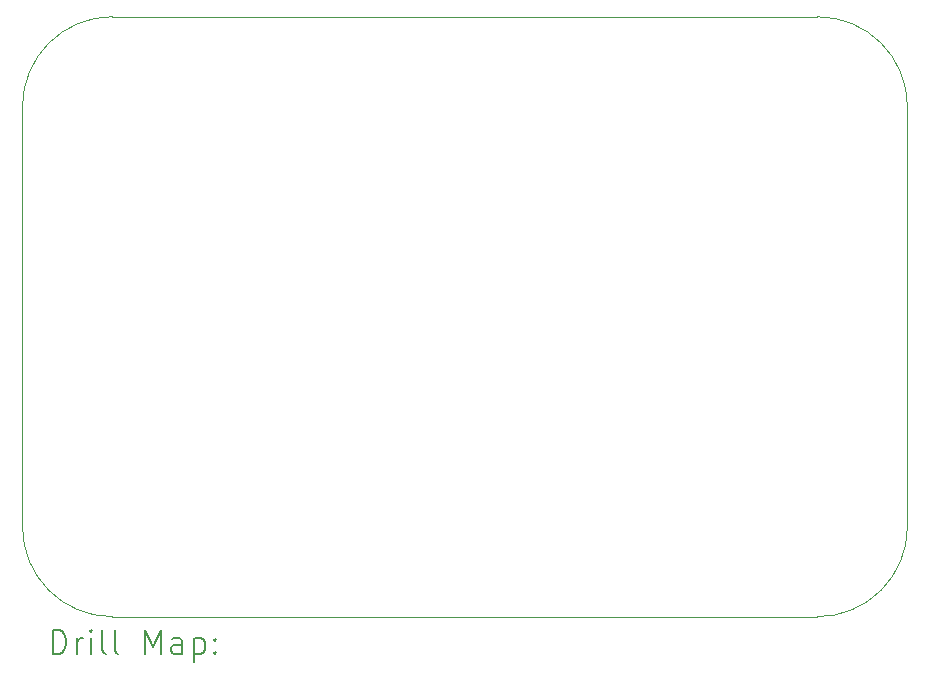
<source format=gbr>
%TF.GenerationSoftware,KiCad,Pcbnew,9.0.6*%
%TF.CreationDate,2026-02-11T14:43:18-08:00*%
%TF.ProjectId,7L_LED_Flasher,374c5f4c-4544-45f4-966c-61736865722e,rev?*%
%TF.SameCoordinates,Original*%
%TF.FileFunction,Drillmap*%
%TF.FilePolarity,Positive*%
%FSLAX45Y45*%
G04 Gerber Fmt 4.5, Leading zero omitted, Abs format (unit mm)*
G04 Created by KiCad (PCBNEW 9.0.6) date 2026-02-11 14:43:18*
%MOMM*%
%LPD*%
G01*
G04 APERTURE LIST*
%ADD10C,0.050000*%
%ADD11C,0.200000*%
G04 APERTURE END LIST*
D10*
X4953000Y-6858000D02*
X4953000Y-3302000D01*
X5715000Y-7620000D02*
G75*
G02*
X4953000Y-6858000I0J762000D01*
G01*
X5715000Y-2540000D02*
X11684000Y-2540000D01*
X11684000Y-7620000D02*
X5715000Y-7620000D01*
X12446000Y-6858000D02*
G75*
G02*
X11684000Y-7620000I-762000J0D01*
G01*
X12446000Y-3302000D02*
X12446000Y-6858000D01*
X11684000Y-2540000D02*
G75*
G02*
X12446000Y-3302000I0J-762000D01*
G01*
X4953000Y-3302000D02*
G75*
G02*
X5715000Y-2540000I762000J0D01*
G01*
D11*
X5211277Y-7933984D02*
X5211277Y-7733984D01*
X5211277Y-7733984D02*
X5258896Y-7733984D01*
X5258896Y-7733984D02*
X5287467Y-7743508D01*
X5287467Y-7743508D02*
X5306515Y-7762555D01*
X5306515Y-7762555D02*
X5316039Y-7781603D01*
X5316039Y-7781603D02*
X5325563Y-7819698D01*
X5325563Y-7819698D02*
X5325563Y-7848269D01*
X5325563Y-7848269D02*
X5316039Y-7886365D01*
X5316039Y-7886365D02*
X5306515Y-7905412D01*
X5306515Y-7905412D02*
X5287467Y-7924460D01*
X5287467Y-7924460D02*
X5258896Y-7933984D01*
X5258896Y-7933984D02*
X5211277Y-7933984D01*
X5411277Y-7933984D02*
X5411277Y-7800650D01*
X5411277Y-7838746D02*
X5420801Y-7819698D01*
X5420801Y-7819698D02*
X5430324Y-7810174D01*
X5430324Y-7810174D02*
X5449372Y-7800650D01*
X5449372Y-7800650D02*
X5468420Y-7800650D01*
X5535086Y-7933984D02*
X5535086Y-7800650D01*
X5535086Y-7733984D02*
X5525563Y-7743508D01*
X5525563Y-7743508D02*
X5535086Y-7753031D01*
X5535086Y-7753031D02*
X5544610Y-7743508D01*
X5544610Y-7743508D02*
X5535086Y-7733984D01*
X5535086Y-7733984D02*
X5535086Y-7753031D01*
X5658896Y-7933984D02*
X5639848Y-7924460D01*
X5639848Y-7924460D02*
X5630324Y-7905412D01*
X5630324Y-7905412D02*
X5630324Y-7733984D01*
X5763658Y-7933984D02*
X5744610Y-7924460D01*
X5744610Y-7924460D02*
X5735086Y-7905412D01*
X5735086Y-7905412D02*
X5735086Y-7733984D01*
X5992229Y-7933984D02*
X5992229Y-7733984D01*
X5992229Y-7733984D02*
X6058896Y-7876841D01*
X6058896Y-7876841D02*
X6125562Y-7733984D01*
X6125562Y-7733984D02*
X6125562Y-7933984D01*
X6306515Y-7933984D02*
X6306515Y-7829222D01*
X6306515Y-7829222D02*
X6296991Y-7810174D01*
X6296991Y-7810174D02*
X6277943Y-7800650D01*
X6277943Y-7800650D02*
X6239848Y-7800650D01*
X6239848Y-7800650D02*
X6220801Y-7810174D01*
X6306515Y-7924460D02*
X6287467Y-7933984D01*
X6287467Y-7933984D02*
X6239848Y-7933984D01*
X6239848Y-7933984D02*
X6220801Y-7924460D01*
X6220801Y-7924460D02*
X6211277Y-7905412D01*
X6211277Y-7905412D02*
X6211277Y-7886365D01*
X6211277Y-7886365D02*
X6220801Y-7867317D01*
X6220801Y-7867317D02*
X6239848Y-7857793D01*
X6239848Y-7857793D02*
X6287467Y-7857793D01*
X6287467Y-7857793D02*
X6306515Y-7848269D01*
X6401753Y-7800650D02*
X6401753Y-8000650D01*
X6401753Y-7810174D02*
X6420801Y-7800650D01*
X6420801Y-7800650D02*
X6458896Y-7800650D01*
X6458896Y-7800650D02*
X6477943Y-7810174D01*
X6477943Y-7810174D02*
X6487467Y-7819698D01*
X6487467Y-7819698D02*
X6496991Y-7838746D01*
X6496991Y-7838746D02*
X6496991Y-7895888D01*
X6496991Y-7895888D02*
X6487467Y-7914936D01*
X6487467Y-7914936D02*
X6477943Y-7924460D01*
X6477943Y-7924460D02*
X6458896Y-7933984D01*
X6458896Y-7933984D02*
X6420801Y-7933984D01*
X6420801Y-7933984D02*
X6401753Y-7924460D01*
X6582705Y-7914936D02*
X6592229Y-7924460D01*
X6592229Y-7924460D02*
X6582705Y-7933984D01*
X6582705Y-7933984D02*
X6573182Y-7924460D01*
X6573182Y-7924460D02*
X6582705Y-7914936D01*
X6582705Y-7914936D02*
X6582705Y-7933984D01*
X6582705Y-7810174D02*
X6592229Y-7819698D01*
X6592229Y-7819698D02*
X6582705Y-7829222D01*
X6582705Y-7829222D02*
X6573182Y-7819698D01*
X6573182Y-7819698D02*
X6582705Y-7810174D01*
X6582705Y-7810174D02*
X6582705Y-7829222D01*
M02*

</source>
